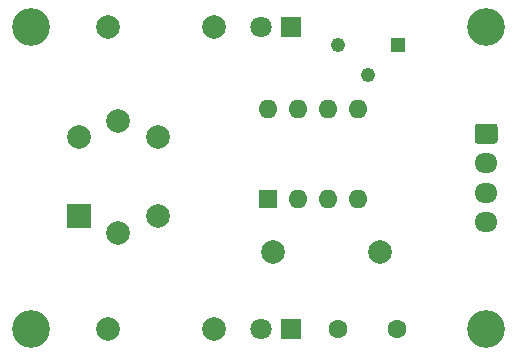
<source format=gbr>
G04 #@! TF.GenerationSoftware,KiCad,Pcbnew,5.1.10-88a1d61d58~90~ubuntu20.04.1*
G04 #@! TF.CreationDate,2022-01-16T12:27:32+00:00*
G04 #@! TF.ProjectId,gas_sensor,6761735f-7365-46e7-936f-722e6b696361,rev?*
G04 #@! TF.SameCoordinates,Original*
G04 #@! TF.FileFunction,Soldermask,Top*
G04 #@! TF.FilePolarity,Negative*
%FSLAX46Y46*%
G04 Gerber Fmt 4.6, Leading zero omitted, Abs format (unit mm)*
G04 Created by KiCad (PCBNEW 5.1.10-88a1d61d58~90~ubuntu20.04.1) date 2022-01-16 12:27:32*
%MOMM*%
%LPD*%
G01*
G04 APERTURE LIST*
%ADD10C,3.200000*%
%ADD11C,2.000000*%
%ADD12R,2.000000X2.000000*%
%ADD13O,1.600000X1.600000*%
%ADD14R,1.600000X1.600000*%
%ADD15C,1.222000*%
%ADD16R,1.222000X1.222000*%
%ADD17O,1.950000X1.700000*%
%ADD18R,1.800000X1.800000*%
%ADD19C,1.800000*%
%ADD20C,1.600000*%
G04 APERTURE END LIST*
D10*
X166000000Y-90500000D03*
X166000000Y-116000000D03*
X127500000Y-90500000D03*
X127500000Y-116000000D03*
D11*
X131500000Y-99780000D03*
X138220000Y-99780000D03*
X138220000Y-106500000D03*
D12*
X131500000Y-106500000D03*
D11*
X134860000Y-98390000D03*
X134860000Y-107890000D03*
D13*
X147500000Y-97380000D03*
X155120000Y-105000000D03*
X150040000Y-97380000D03*
X152580000Y-105000000D03*
X152580000Y-97380000D03*
X150040000Y-105000000D03*
X155120000Y-97380000D03*
D14*
X147500000Y-105000000D03*
D15*
X153460000Y-92000000D03*
X156000000Y-94540000D03*
D16*
X158540000Y-92000000D03*
D11*
X134000000Y-90500000D03*
X143000000Y-90500000D03*
X143000000Y-116000000D03*
X134000000Y-116000000D03*
X148000000Y-109500000D03*
X157000000Y-109500000D03*
D17*
X166000000Y-107000000D03*
X166000000Y-104500000D03*
X166000000Y-102000000D03*
G36*
G01*
X165275000Y-98650000D02*
X166725000Y-98650000D01*
G75*
G02*
X166975000Y-98900000I0J-250000D01*
G01*
X166975000Y-100100000D01*
G75*
G02*
X166725000Y-100350000I-250000J0D01*
G01*
X165275000Y-100350000D01*
G75*
G02*
X165025000Y-100100000I0J250000D01*
G01*
X165025000Y-98900000D01*
G75*
G02*
X165275000Y-98650000I250000J0D01*
G01*
G37*
D18*
X149500000Y-90500000D03*
D19*
X146960000Y-90500000D03*
X146960000Y-116000000D03*
D18*
X149500000Y-116000000D03*
D20*
X158500000Y-116000000D03*
X153500000Y-116000000D03*
M02*

</source>
